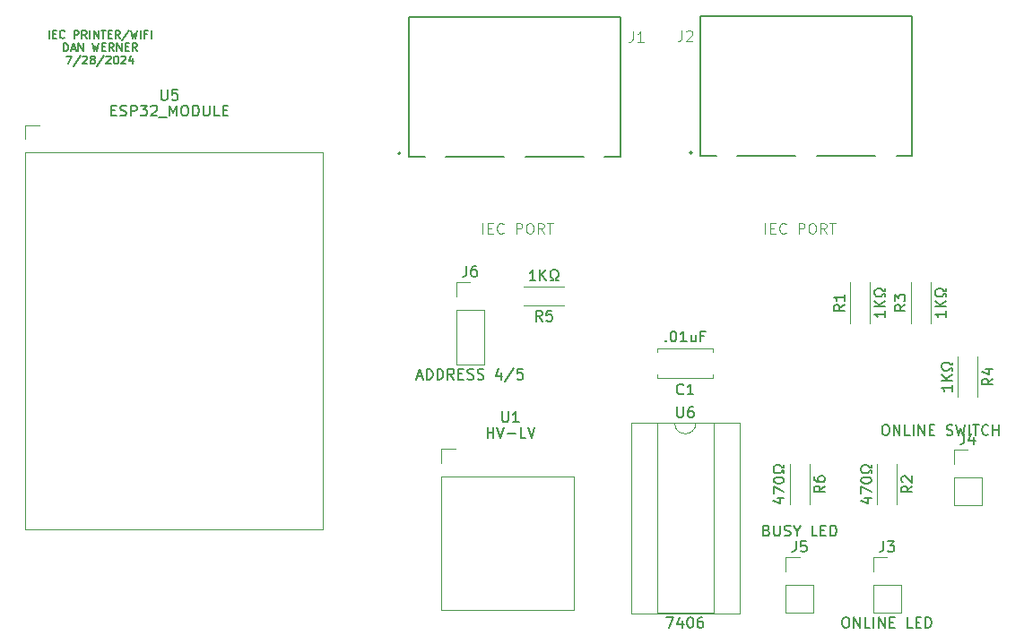
<source format=gbr>
%TF.GenerationSoftware,KiCad,Pcbnew,(6.0.11)*%
%TF.CreationDate,2024-07-28T13:45:38-05:00*%
%TF.ProjectId,iecprinter,69656370-7269-46e7-9465-722e6b696361,rev?*%
%TF.SameCoordinates,Original*%
%TF.FileFunction,Legend,Top*%
%TF.FilePolarity,Positive*%
%FSLAX46Y46*%
G04 Gerber Fmt 4.6, Leading zero omitted, Abs format (unit mm)*
G04 Created by KiCad (PCBNEW (6.0.11)) date 2024-07-28 13:45:38*
%MOMM*%
%LPD*%
G01*
G04 APERTURE LIST*
%ADD10C,0.187500*%
%ADD11C,0.150000*%
%ADD12C,0.015000*%
%ADD13C,0.120000*%
%ADD14C,0.127000*%
%ADD15C,0.200000*%
G04 APERTURE END LIST*
D10*
X99953571Y-43581785D02*
X99953571Y-42831785D01*
X100310714Y-43188928D02*
X100560714Y-43188928D01*
X100667857Y-43581785D02*
X100310714Y-43581785D01*
X100310714Y-42831785D01*
X100667857Y-42831785D01*
X101417857Y-43510357D02*
X101382142Y-43546071D01*
X101275000Y-43581785D01*
X101203571Y-43581785D01*
X101096428Y-43546071D01*
X101025000Y-43474642D01*
X100989285Y-43403214D01*
X100953571Y-43260357D01*
X100953571Y-43153214D01*
X100989285Y-43010357D01*
X101025000Y-42938928D01*
X101096428Y-42867500D01*
X101203571Y-42831785D01*
X101275000Y-42831785D01*
X101382142Y-42867500D01*
X101417857Y-42903214D01*
X102310714Y-43581785D02*
X102310714Y-42831785D01*
X102596428Y-42831785D01*
X102667857Y-42867500D01*
X102703571Y-42903214D01*
X102739285Y-42974642D01*
X102739285Y-43081785D01*
X102703571Y-43153214D01*
X102667857Y-43188928D01*
X102596428Y-43224642D01*
X102310714Y-43224642D01*
X103489285Y-43581785D02*
X103239285Y-43224642D01*
X103060714Y-43581785D02*
X103060714Y-42831785D01*
X103346428Y-42831785D01*
X103417857Y-42867500D01*
X103453571Y-42903214D01*
X103489285Y-42974642D01*
X103489285Y-43081785D01*
X103453571Y-43153214D01*
X103417857Y-43188928D01*
X103346428Y-43224642D01*
X103060714Y-43224642D01*
X103810714Y-43581785D02*
X103810714Y-42831785D01*
X104167857Y-43581785D02*
X104167857Y-42831785D01*
X104596428Y-43581785D01*
X104596428Y-42831785D01*
X104846428Y-42831785D02*
X105275000Y-42831785D01*
X105060714Y-43581785D02*
X105060714Y-42831785D01*
X105525000Y-43188928D02*
X105775000Y-43188928D01*
X105882142Y-43581785D02*
X105525000Y-43581785D01*
X105525000Y-42831785D01*
X105882142Y-42831785D01*
X106632142Y-43581785D02*
X106382142Y-43224642D01*
X106203571Y-43581785D02*
X106203571Y-42831785D01*
X106489285Y-42831785D01*
X106560714Y-42867500D01*
X106596428Y-42903214D01*
X106632142Y-42974642D01*
X106632142Y-43081785D01*
X106596428Y-43153214D01*
X106560714Y-43188928D01*
X106489285Y-43224642D01*
X106203571Y-43224642D01*
X107489285Y-42796071D02*
X106846428Y-43760357D01*
X107667857Y-42831785D02*
X107846428Y-43581785D01*
X107989285Y-43046071D01*
X108132142Y-43581785D01*
X108310714Y-42831785D01*
X108596428Y-43581785D02*
X108596428Y-42831785D01*
X109203571Y-43188928D02*
X108953571Y-43188928D01*
X108953571Y-43581785D02*
X108953571Y-42831785D01*
X109310714Y-42831785D01*
X109596428Y-43581785D02*
X109596428Y-42831785D01*
X101328571Y-44789285D02*
X101328571Y-44039285D01*
X101507142Y-44039285D01*
X101614285Y-44075000D01*
X101685714Y-44146428D01*
X101721428Y-44217857D01*
X101757142Y-44360714D01*
X101757142Y-44467857D01*
X101721428Y-44610714D01*
X101685714Y-44682142D01*
X101614285Y-44753571D01*
X101507142Y-44789285D01*
X101328571Y-44789285D01*
X102042857Y-44575000D02*
X102400000Y-44575000D01*
X101971428Y-44789285D02*
X102221428Y-44039285D01*
X102471428Y-44789285D01*
X102721428Y-44789285D02*
X102721428Y-44039285D01*
X103150000Y-44789285D01*
X103150000Y-44039285D01*
X104007142Y-44039285D02*
X104185714Y-44789285D01*
X104328571Y-44253571D01*
X104471428Y-44789285D01*
X104650000Y-44039285D01*
X104935714Y-44396428D02*
X105185714Y-44396428D01*
X105292857Y-44789285D02*
X104935714Y-44789285D01*
X104935714Y-44039285D01*
X105292857Y-44039285D01*
X106042857Y-44789285D02*
X105792857Y-44432142D01*
X105614285Y-44789285D02*
X105614285Y-44039285D01*
X105900000Y-44039285D01*
X105971428Y-44075000D01*
X106007142Y-44110714D01*
X106042857Y-44182142D01*
X106042857Y-44289285D01*
X106007142Y-44360714D01*
X105971428Y-44396428D01*
X105900000Y-44432142D01*
X105614285Y-44432142D01*
X106364285Y-44789285D02*
X106364285Y-44039285D01*
X106792857Y-44789285D01*
X106792857Y-44039285D01*
X107150000Y-44396428D02*
X107400000Y-44396428D01*
X107507142Y-44789285D02*
X107150000Y-44789285D01*
X107150000Y-44039285D01*
X107507142Y-44039285D01*
X108257142Y-44789285D02*
X108007142Y-44432142D01*
X107828571Y-44789285D02*
X107828571Y-44039285D01*
X108114285Y-44039285D01*
X108185714Y-44075000D01*
X108221428Y-44110714D01*
X108257142Y-44182142D01*
X108257142Y-44289285D01*
X108221428Y-44360714D01*
X108185714Y-44396428D01*
X108114285Y-44432142D01*
X107828571Y-44432142D01*
X101596428Y-45246785D02*
X102096428Y-45246785D01*
X101775000Y-45996785D01*
X102917857Y-45211071D02*
X102275000Y-46175357D01*
X103132142Y-45318214D02*
X103167857Y-45282500D01*
X103239285Y-45246785D01*
X103417857Y-45246785D01*
X103489285Y-45282500D01*
X103525000Y-45318214D01*
X103560714Y-45389642D01*
X103560714Y-45461071D01*
X103525000Y-45568214D01*
X103096428Y-45996785D01*
X103560714Y-45996785D01*
X103989285Y-45568214D02*
X103917857Y-45532500D01*
X103882142Y-45496785D01*
X103846428Y-45425357D01*
X103846428Y-45389642D01*
X103882142Y-45318214D01*
X103917857Y-45282500D01*
X103989285Y-45246785D01*
X104132142Y-45246785D01*
X104203571Y-45282500D01*
X104239285Y-45318214D01*
X104275000Y-45389642D01*
X104275000Y-45425357D01*
X104239285Y-45496785D01*
X104203571Y-45532500D01*
X104132142Y-45568214D01*
X103989285Y-45568214D01*
X103917857Y-45603928D01*
X103882142Y-45639642D01*
X103846428Y-45711071D01*
X103846428Y-45853928D01*
X103882142Y-45925357D01*
X103917857Y-45961071D01*
X103989285Y-45996785D01*
X104132142Y-45996785D01*
X104203571Y-45961071D01*
X104239285Y-45925357D01*
X104275000Y-45853928D01*
X104275000Y-45711071D01*
X104239285Y-45639642D01*
X104203571Y-45603928D01*
X104132142Y-45568214D01*
X105132142Y-45211071D02*
X104489285Y-46175357D01*
X105346428Y-45318214D02*
X105382142Y-45282500D01*
X105453571Y-45246785D01*
X105632142Y-45246785D01*
X105703571Y-45282500D01*
X105739285Y-45318214D01*
X105775000Y-45389642D01*
X105775000Y-45461071D01*
X105739285Y-45568214D01*
X105310714Y-45996785D01*
X105775000Y-45996785D01*
X106239285Y-45246785D02*
X106310714Y-45246785D01*
X106382142Y-45282500D01*
X106417857Y-45318214D01*
X106453571Y-45389642D01*
X106489285Y-45532500D01*
X106489285Y-45711071D01*
X106453571Y-45853928D01*
X106417857Y-45925357D01*
X106382142Y-45961071D01*
X106310714Y-45996785D01*
X106239285Y-45996785D01*
X106167857Y-45961071D01*
X106132142Y-45925357D01*
X106096428Y-45853928D01*
X106060714Y-45711071D01*
X106060714Y-45532500D01*
X106096428Y-45389642D01*
X106132142Y-45318214D01*
X106167857Y-45282500D01*
X106239285Y-45246785D01*
X106775000Y-45318214D02*
X106810714Y-45282500D01*
X106882142Y-45246785D01*
X107060714Y-45246785D01*
X107132142Y-45282500D01*
X107167857Y-45318214D01*
X107203571Y-45389642D01*
X107203571Y-45461071D01*
X107167857Y-45568214D01*
X106739285Y-45996785D01*
X107203571Y-45996785D01*
X107846428Y-45496785D02*
X107846428Y-45996785D01*
X107667857Y-45211071D02*
X107489285Y-45746785D01*
X107953571Y-45746785D01*
D11*
%TO.C,U5*%
X110548095Y-48414880D02*
X110548095Y-49224404D01*
X110595714Y-49319642D01*
X110643333Y-49367261D01*
X110738571Y-49414880D01*
X110929047Y-49414880D01*
X111024285Y-49367261D01*
X111071904Y-49319642D01*
X111119523Y-49224404D01*
X111119523Y-48414880D01*
X112071904Y-48414880D02*
X111595714Y-48414880D01*
X111548095Y-48891071D01*
X111595714Y-48843452D01*
X111690952Y-48795833D01*
X111929047Y-48795833D01*
X112024285Y-48843452D01*
X112071904Y-48891071D01*
X112119523Y-48986309D01*
X112119523Y-49224404D01*
X112071904Y-49319642D01*
X112024285Y-49367261D01*
X111929047Y-49414880D01*
X111690952Y-49414880D01*
X111595714Y-49367261D01*
X111548095Y-49319642D01*
X105810000Y-50391071D02*
X106143333Y-50391071D01*
X106286190Y-50914880D02*
X105810000Y-50914880D01*
X105810000Y-49914880D01*
X106286190Y-49914880D01*
X106667142Y-50867261D02*
X106810000Y-50914880D01*
X107048095Y-50914880D01*
X107143333Y-50867261D01*
X107190952Y-50819642D01*
X107238571Y-50724404D01*
X107238571Y-50629166D01*
X107190952Y-50533928D01*
X107143333Y-50486309D01*
X107048095Y-50438690D01*
X106857619Y-50391071D01*
X106762380Y-50343452D01*
X106714761Y-50295833D01*
X106667142Y-50200595D01*
X106667142Y-50105357D01*
X106714761Y-50010119D01*
X106762380Y-49962500D01*
X106857619Y-49914880D01*
X107095714Y-49914880D01*
X107238571Y-49962500D01*
X107667142Y-50914880D02*
X107667142Y-49914880D01*
X108048095Y-49914880D01*
X108143333Y-49962500D01*
X108190952Y-50010119D01*
X108238571Y-50105357D01*
X108238571Y-50248214D01*
X108190952Y-50343452D01*
X108143333Y-50391071D01*
X108048095Y-50438690D01*
X107667142Y-50438690D01*
X108571904Y-49914880D02*
X109190952Y-49914880D01*
X108857619Y-50295833D01*
X109000476Y-50295833D01*
X109095714Y-50343452D01*
X109143333Y-50391071D01*
X109190952Y-50486309D01*
X109190952Y-50724404D01*
X109143333Y-50819642D01*
X109095714Y-50867261D01*
X109000476Y-50914880D01*
X108714761Y-50914880D01*
X108619523Y-50867261D01*
X108571904Y-50819642D01*
X109571904Y-50010119D02*
X109619523Y-49962500D01*
X109714761Y-49914880D01*
X109952857Y-49914880D01*
X110048095Y-49962500D01*
X110095714Y-50010119D01*
X110143333Y-50105357D01*
X110143333Y-50200595D01*
X110095714Y-50343452D01*
X109524285Y-50914880D01*
X110143333Y-50914880D01*
X110333809Y-51010119D02*
X111095714Y-51010119D01*
X111333809Y-50914880D02*
X111333809Y-49914880D01*
X111667142Y-50629166D01*
X112000476Y-49914880D01*
X112000476Y-50914880D01*
X112667142Y-49914880D02*
X112857619Y-49914880D01*
X112952857Y-49962500D01*
X113048095Y-50057738D01*
X113095714Y-50248214D01*
X113095714Y-50581547D01*
X113048095Y-50772023D01*
X112952857Y-50867261D01*
X112857619Y-50914880D01*
X112667142Y-50914880D01*
X112571904Y-50867261D01*
X112476666Y-50772023D01*
X112429047Y-50581547D01*
X112429047Y-50248214D01*
X112476666Y-50057738D01*
X112571904Y-49962500D01*
X112667142Y-49914880D01*
X113524285Y-50914880D02*
X113524285Y-49914880D01*
X113762380Y-49914880D01*
X113905238Y-49962500D01*
X114000476Y-50057738D01*
X114048095Y-50152976D01*
X114095714Y-50343452D01*
X114095714Y-50486309D01*
X114048095Y-50676785D01*
X114000476Y-50772023D01*
X113905238Y-50867261D01*
X113762380Y-50914880D01*
X113524285Y-50914880D01*
X114524285Y-49914880D02*
X114524285Y-50724404D01*
X114571904Y-50819642D01*
X114619523Y-50867261D01*
X114714761Y-50914880D01*
X114905238Y-50914880D01*
X115000476Y-50867261D01*
X115048095Y-50819642D01*
X115095714Y-50724404D01*
X115095714Y-49914880D01*
X116048095Y-50914880D02*
X115571904Y-50914880D01*
X115571904Y-49914880D01*
X116381428Y-50391071D02*
X116714761Y-50391071D01*
X116857619Y-50914880D02*
X116381428Y-50914880D01*
X116381428Y-49914880D01*
X116857619Y-49914880D01*
%TO.C,R6*%
X173187380Y-85891666D02*
X172711190Y-86225000D01*
X173187380Y-86463095D02*
X172187380Y-86463095D01*
X172187380Y-86082142D01*
X172235000Y-85986904D01*
X172282619Y-85939285D01*
X172377857Y-85891666D01*
X172520714Y-85891666D01*
X172615952Y-85939285D01*
X172663571Y-85986904D01*
X172711190Y-86082142D01*
X172711190Y-86463095D01*
X172187380Y-85034523D02*
X172187380Y-85225000D01*
X172235000Y-85320238D01*
X172282619Y-85367857D01*
X172425476Y-85463095D01*
X172615952Y-85510714D01*
X172996904Y-85510714D01*
X173092142Y-85463095D01*
X173139761Y-85415476D01*
X173187380Y-85320238D01*
X173187380Y-85129761D01*
X173139761Y-85034523D01*
X173092142Y-84986904D01*
X172996904Y-84939285D01*
X172758809Y-84939285D01*
X172663571Y-84986904D01*
X172615952Y-85034523D01*
X172568333Y-85129761D01*
X172568333Y-85320238D01*
X172615952Y-85415476D01*
X172663571Y-85463095D01*
X172758809Y-85510714D01*
X168680714Y-87058333D02*
X169347380Y-87058333D01*
X168299761Y-87296428D02*
X169014047Y-87534523D01*
X169014047Y-86915476D01*
X168347380Y-86629761D02*
X168347380Y-85963095D01*
X169347380Y-86391666D01*
X168347380Y-85391666D02*
X168347380Y-85296428D01*
X168395000Y-85201190D01*
X168442619Y-85153571D01*
X168537857Y-85105952D01*
X168728333Y-85058333D01*
X168966428Y-85058333D01*
X169156904Y-85105952D01*
X169252142Y-85153571D01*
X169299761Y-85201190D01*
X169347380Y-85296428D01*
X169347380Y-85391666D01*
X169299761Y-85486904D01*
X169252142Y-85534523D01*
X169156904Y-85582142D01*
X168966428Y-85629761D01*
X168728333Y-85629761D01*
X168537857Y-85582142D01*
X168442619Y-85534523D01*
X168395000Y-85486904D01*
X168347380Y-85391666D01*
X169347380Y-84677380D02*
X169347380Y-84439285D01*
X169156904Y-84439285D01*
X169109285Y-84534523D01*
X169014047Y-84629761D01*
X168871190Y-84677380D01*
X168633095Y-84677380D01*
X168490238Y-84629761D01*
X168395000Y-84534523D01*
X168347380Y-84391666D01*
X168347380Y-84201190D01*
X168395000Y-84058333D01*
X168490238Y-83963095D01*
X168633095Y-83915476D01*
X168871190Y-83915476D01*
X169014047Y-83963095D01*
X169109285Y-84058333D01*
X169156904Y-84153571D01*
X169347380Y-84153571D01*
X169347380Y-83915476D01*
%TO.C,R5*%
X146518333Y-70317380D02*
X146185000Y-69841190D01*
X145946904Y-70317380D02*
X145946904Y-69317380D01*
X146327857Y-69317380D01*
X146423095Y-69365000D01*
X146470714Y-69412619D01*
X146518333Y-69507857D01*
X146518333Y-69650714D01*
X146470714Y-69745952D01*
X146423095Y-69793571D01*
X146327857Y-69841190D01*
X145946904Y-69841190D01*
X147423095Y-69317380D02*
X146946904Y-69317380D01*
X146899285Y-69793571D01*
X146946904Y-69745952D01*
X147042142Y-69698333D01*
X147280238Y-69698333D01*
X147375476Y-69745952D01*
X147423095Y-69793571D01*
X147470714Y-69888809D01*
X147470714Y-70126904D01*
X147423095Y-70222142D01*
X147375476Y-70269761D01*
X147280238Y-70317380D01*
X147042142Y-70317380D01*
X146946904Y-70269761D01*
X146899285Y-70222142D01*
X145899285Y-66477380D02*
X145327857Y-66477380D01*
X145613571Y-66477380D02*
X145613571Y-65477380D01*
X145518333Y-65620238D01*
X145423095Y-65715476D01*
X145327857Y-65763095D01*
X146327857Y-66477380D02*
X146327857Y-65477380D01*
X146899285Y-66477380D02*
X146470714Y-65905952D01*
X146899285Y-65477380D02*
X146327857Y-66048809D01*
X147280238Y-66477380D02*
X147518333Y-66477380D01*
X147518333Y-66286904D01*
X147423095Y-66239285D01*
X147327857Y-66144047D01*
X147280238Y-66001190D01*
X147280238Y-65763095D01*
X147327857Y-65620238D01*
X147423095Y-65525000D01*
X147565952Y-65477380D01*
X147756428Y-65477380D01*
X147899285Y-65525000D01*
X147994523Y-65620238D01*
X148042142Y-65763095D01*
X148042142Y-66001190D01*
X147994523Y-66144047D01*
X147899285Y-66239285D01*
X147804047Y-66286904D01*
X147804047Y-66477380D01*
X148042142Y-66477380D01*
%TO.C,R4*%
X189062380Y-75731666D02*
X188586190Y-76065000D01*
X189062380Y-76303095D02*
X188062380Y-76303095D01*
X188062380Y-75922142D01*
X188110000Y-75826904D01*
X188157619Y-75779285D01*
X188252857Y-75731666D01*
X188395714Y-75731666D01*
X188490952Y-75779285D01*
X188538571Y-75826904D01*
X188586190Y-75922142D01*
X188586190Y-76303095D01*
X188395714Y-74874523D02*
X189062380Y-74874523D01*
X188014761Y-75112619D02*
X188729047Y-75350714D01*
X188729047Y-74731666D01*
X185222380Y-76350714D02*
X185222380Y-76922142D01*
X185222380Y-76636428D02*
X184222380Y-76636428D01*
X184365238Y-76731666D01*
X184460476Y-76826904D01*
X184508095Y-76922142D01*
X185222380Y-75922142D02*
X184222380Y-75922142D01*
X185222380Y-75350714D02*
X184650952Y-75779285D01*
X184222380Y-75350714D02*
X184793809Y-75922142D01*
X185222380Y-74969761D02*
X185222380Y-74731666D01*
X185031904Y-74731666D01*
X184984285Y-74826904D01*
X184889047Y-74922142D01*
X184746190Y-74969761D01*
X184508095Y-74969761D01*
X184365238Y-74922142D01*
X184270000Y-74826904D01*
X184222380Y-74684047D01*
X184222380Y-74493571D01*
X184270000Y-74350714D01*
X184365238Y-74255476D01*
X184508095Y-74207857D01*
X184746190Y-74207857D01*
X184889047Y-74255476D01*
X184984285Y-74350714D01*
X185031904Y-74445952D01*
X185222380Y-74445952D01*
X185222380Y-74207857D01*
%TO.C,J6*%
X139366666Y-65082380D02*
X139366666Y-65796666D01*
X139319047Y-65939523D01*
X139223809Y-66034761D01*
X139080952Y-66082380D01*
X138985714Y-66082380D01*
X140271428Y-65082380D02*
X140080952Y-65082380D01*
X139985714Y-65130000D01*
X139938095Y-65177619D01*
X139842857Y-65320476D01*
X139795238Y-65510952D01*
X139795238Y-65891904D01*
X139842857Y-65987142D01*
X139890476Y-66034761D01*
X139985714Y-66082380D01*
X140176190Y-66082380D01*
X140271428Y-66034761D01*
X140319047Y-65987142D01*
X140366666Y-65891904D01*
X140366666Y-65653809D01*
X140319047Y-65558571D01*
X140271428Y-65510952D01*
X140176190Y-65463333D01*
X139985714Y-65463333D01*
X139890476Y-65510952D01*
X139842857Y-65558571D01*
X139795238Y-65653809D01*
X134700000Y-75536666D02*
X135176190Y-75536666D01*
X134604761Y-75822380D02*
X134938095Y-74822380D01*
X135271428Y-75822380D01*
X135604761Y-75822380D02*
X135604761Y-74822380D01*
X135842857Y-74822380D01*
X135985714Y-74870000D01*
X136080952Y-74965238D01*
X136128571Y-75060476D01*
X136176190Y-75250952D01*
X136176190Y-75393809D01*
X136128571Y-75584285D01*
X136080952Y-75679523D01*
X135985714Y-75774761D01*
X135842857Y-75822380D01*
X135604761Y-75822380D01*
X136604761Y-75822380D02*
X136604761Y-74822380D01*
X136842857Y-74822380D01*
X136985714Y-74870000D01*
X137080952Y-74965238D01*
X137128571Y-75060476D01*
X137176190Y-75250952D01*
X137176190Y-75393809D01*
X137128571Y-75584285D01*
X137080952Y-75679523D01*
X136985714Y-75774761D01*
X136842857Y-75822380D01*
X136604761Y-75822380D01*
X138176190Y-75822380D02*
X137842857Y-75346190D01*
X137604761Y-75822380D02*
X137604761Y-74822380D01*
X137985714Y-74822380D01*
X138080952Y-74870000D01*
X138128571Y-74917619D01*
X138176190Y-75012857D01*
X138176190Y-75155714D01*
X138128571Y-75250952D01*
X138080952Y-75298571D01*
X137985714Y-75346190D01*
X137604761Y-75346190D01*
X138604761Y-75298571D02*
X138938095Y-75298571D01*
X139080952Y-75822380D02*
X138604761Y-75822380D01*
X138604761Y-74822380D01*
X139080952Y-74822380D01*
X139461904Y-75774761D02*
X139604761Y-75822380D01*
X139842857Y-75822380D01*
X139938095Y-75774761D01*
X139985714Y-75727142D01*
X140033333Y-75631904D01*
X140033333Y-75536666D01*
X139985714Y-75441428D01*
X139938095Y-75393809D01*
X139842857Y-75346190D01*
X139652380Y-75298571D01*
X139557142Y-75250952D01*
X139509523Y-75203333D01*
X139461904Y-75108095D01*
X139461904Y-75012857D01*
X139509523Y-74917619D01*
X139557142Y-74870000D01*
X139652380Y-74822380D01*
X139890476Y-74822380D01*
X140033333Y-74870000D01*
X140414285Y-75774761D02*
X140557142Y-75822380D01*
X140795238Y-75822380D01*
X140890476Y-75774761D01*
X140938095Y-75727142D01*
X140985714Y-75631904D01*
X140985714Y-75536666D01*
X140938095Y-75441428D01*
X140890476Y-75393809D01*
X140795238Y-75346190D01*
X140604761Y-75298571D01*
X140509523Y-75250952D01*
X140461904Y-75203333D01*
X140414285Y-75108095D01*
X140414285Y-75012857D01*
X140461904Y-74917619D01*
X140509523Y-74870000D01*
X140604761Y-74822380D01*
X140842857Y-74822380D01*
X140985714Y-74870000D01*
X142604761Y-75155714D02*
X142604761Y-75822380D01*
X142366666Y-74774761D02*
X142128571Y-75489047D01*
X142747619Y-75489047D01*
X143842857Y-74774761D02*
X142985714Y-76060476D01*
X144652380Y-74822380D02*
X144176190Y-74822380D01*
X144128571Y-75298571D01*
X144176190Y-75250952D01*
X144271428Y-75203333D01*
X144509523Y-75203333D01*
X144604761Y-75250952D01*
X144652380Y-75298571D01*
X144700000Y-75393809D01*
X144700000Y-75631904D01*
X144652380Y-75727142D01*
X144604761Y-75774761D01*
X144509523Y-75822380D01*
X144271428Y-75822380D01*
X144176190Y-75774761D01*
X144128571Y-75727142D01*
%TO.C,J5*%
X170481666Y-91097380D02*
X170481666Y-91811666D01*
X170434047Y-91954523D01*
X170338809Y-92049761D01*
X170195952Y-92097380D01*
X170100714Y-92097380D01*
X171434047Y-91097380D02*
X170957857Y-91097380D01*
X170910238Y-91573571D01*
X170957857Y-91525952D01*
X171053095Y-91478333D01*
X171291190Y-91478333D01*
X171386428Y-91525952D01*
X171434047Y-91573571D01*
X171481666Y-91668809D01*
X171481666Y-91906904D01*
X171434047Y-92002142D01*
X171386428Y-92049761D01*
X171291190Y-92097380D01*
X171053095Y-92097380D01*
X170957857Y-92049761D01*
X170910238Y-92002142D01*
X167719761Y-90098571D02*
X167862619Y-90146190D01*
X167910238Y-90193809D01*
X167957857Y-90289047D01*
X167957857Y-90431904D01*
X167910238Y-90527142D01*
X167862619Y-90574761D01*
X167767380Y-90622380D01*
X167386428Y-90622380D01*
X167386428Y-89622380D01*
X167719761Y-89622380D01*
X167815000Y-89670000D01*
X167862619Y-89717619D01*
X167910238Y-89812857D01*
X167910238Y-89908095D01*
X167862619Y-90003333D01*
X167815000Y-90050952D01*
X167719761Y-90098571D01*
X167386428Y-90098571D01*
X168386428Y-89622380D02*
X168386428Y-90431904D01*
X168434047Y-90527142D01*
X168481666Y-90574761D01*
X168576904Y-90622380D01*
X168767380Y-90622380D01*
X168862619Y-90574761D01*
X168910238Y-90527142D01*
X168957857Y-90431904D01*
X168957857Y-89622380D01*
X169386428Y-90574761D02*
X169529285Y-90622380D01*
X169767380Y-90622380D01*
X169862619Y-90574761D01*
X169910238Y-90527142D01*
X169957857Y-90431904D01*
X169957857Y-90336666D01*
X169910238Y-90241428D01*
X169862619Y-90193809D01*
X169767380Y-90146190D01*
X169576904Y-90098571D01*
X169481666Y-90050952D01*
X169434047Y-90003333D01*
X169386428Y-89908095D01*
X169386428Y-89812857D01*
X169434047Y-89717619D01*
X169481666Y-89670000D01*
X169576904Y-89622380D01*
X169815000Y-89622380D01*
X169957857Y-89670000D01*
X170576904Y-90146190D02*
X170576904Y-90622380D01*
X170243571Y-89622380D02*
X170576904Y-90146190D01*
X170910238Y-89622380D01*
X172481666Y-90622380D02*
X172005476Y-90622380D01*
X172005476Y-89622380D01*
X172815000Y-90098571D02*
X173148333Y-90098571D01*
X173291190Y-90622380D02*
X172815000Y-90622380D01*
X172815000Y-89622380D01*
X173291190Y-89622380D01*
X173719761Y-90622380D02*
X173719761Y-89622380D01*
X173957857Y-89622380D01*
X174100714Y-89670000D01*
X174195952Y-89765238D01*
X174243571Y-89860476D01*
X174291190Y-90050952D01*
X174291190Y-90193809D01*
X174243571Y-90384285D01*
X174195952Y-90479523D01*
X174100714Y-90574761D01*
X173957857Y-90622380D01*
X173719761Y-90622380D01*
%TO.C,J4*%
X186356666Y-80937380D02*
X186356666Y-81651666D01*
X186309047Y-81794523D01*
X186213809Y-81889761D01*
X186070952Y-81937380D01*
X185975714Y-81937380D01*
X187261428Y-81270714D02*
X187261428Y-81937380D01*
X187023333Y-80889761D02*
X186785238Y-81604047D01*
X187404285Y-81604047D01*
X178840476Y-80097380D02*
X179030952Y-80097380D01*
X179126190Y-80145000D01*
X179221428Y-80240238D01*
X179269047Y-80430714D01*
X179269047Y-80764047D01*
X179221428Y-80954523D01*
X179126190Y-81049761D01*
X179030952Y-81097380D01*
X178840476Y-81097380D01*
X178745238Y-81049761D01*
X178650000Y-80954523D01*
X178602380Y-80764047D01*
X178602380Y-80430714D01*
X178650000Y-80240238D01*
X178745238Y-80145000D01*
X178840476Y-80097380D01*
X179697619Y-81097380D02*
X179697619Y-80097380D01*
X180269047Y-81097380D01*
X180269047Y-80097380D01*
X181221428Y-81097380D02*
X180745238Y-81097380D01*
X180745238Y-80097380D01*
X181554761Y-81097380D02*
X181554761Y-80097380D01*
X182030952Y-81097380D02*
X182030952Y-80097380D01*
X182602380Y-81097380D01*
X182602380Y-80097380D01*
X183078571Y-80573571D02*
X183411904Y-80573571D01*
X183554761Y-81097380D02*
X183078571Y-81097380D01*
X183078571Y-80097380D01*
X183554761Y-80097380D01*
X184697619Y-81049761D02*
X184840476Y-81097380D01*
X185078571Y-81097380D01*
X185173809Y-81049761D01*
X185221428Y-81002142D01*
X185269047Y-80906904D01*
X185269047Y-80811666D01*
X185221428Y-80716428D01*
X185173809Y-80668809D01*
X185078571Y-80621190D01*
X184888095Y-80573571D01*
X184792857Y-80525952D01*
X184745238Y-80478333D01*
X184697619Y-80383095D01*
X184697619Y-80287857D01*
X184745238Y-80192619D01*
X184792857Y-80145000D01*
X184888095Y-80097380D01*
X185126190Y-80097380D01*
X185269047Y-80145000D01*
X185602380Y-80097380D02*
X185840476Y-81097380D01*
X186030952Y-80383095D01*
X186221428Y-81097380D01*
X186459523Y-80097380D01*
X186840476Y-81097380D02*
X186840476Y-80097380D01*
X187173809Y-80097380D02*
X187745238Y-80097380D01*
X187459523Y-81097380D02*
X187459523Y-80097380D01*
X188650000Y-81002142D02*
X188602380Y-81049761D01*
X188459523Y-81097380D01*
X188364285Y-81097380D01*
X188221428Y-81049761D01*
X188126190Y-80954523D01*
X188078571Y-80859285D01*
X188030952Y-80668809D01*
X188030952Y-80525952D01*
X188078571Y-80335476D01*
X188126190Y-80240238D01*
X188221428Y-80145000D01*
X188364285Y-80097380D01*
X188459523Y-80097380D01*
X188602380Y-80145000D01*
X188650000Y-80192619D01*
X189078571Y-81097380D02*
X189078571Y-80097380D01*
X189078571Y-80573571D02*
X189650000Y-80573571D01*
X189650000Y-81097380D02*
X189650000Y-80097380D01*
%TO.C,J3*%
X178736666Y-91097380D02*
X178736666Y-91811666D01*
X178689047Y-91954523D01*
X178593809Y-92049761D01*
X178450952Y-92097380D01*
X178355714Y-92097380D01*
X179117619Y-91097380D02*
X179736666Y-91097380D01*
X179403333Y-91478333D01*
X179546190Y-91478333D01*
X179641428Y-91525952D01*
X179689047Y-91573571D01*
X179736666Y-91668809D01*
X179736666Y-91906904D01*
X179689047Y-92002142D01*
X179641428Y-92049761D01*
X179546190Y-92097380D01*
X179260476Y-92097380D01*
X179165238Y-92049761D01*
X179117619Y-92002142D01*
X175093809Y-98297380D02*
X175284285Y-98297380D01*
X175379523Y-98345000D01*
X175474761Y-98440238D01*
X175522380Y-98630714D01*
X175522380Y-98964047D01*
X175474761Y-99154523D01*
X175379523Y-99249761D01*
X175284285Y-99297380D01*
X175093809Y-99297380D01*
X174998571Y-99249761D01*
X174903333Y-99154523D01*
X174855714Y-98964047D01*
X174855714Y-98630714D01*
X174903333Y-98440238D01*
X174998571Y-98345000D01*
X175093809Y-98297380D01*
X175950952Y-99297380D02*
X175950952Y-98297380D01*
X176522380Y-99297380D01*
X176522380Y-98297380D01*
X177474761Y-99297380D02*
X176998571Y-99297380D01*
X176998571Y-98297380D01*
X177808095Y-99297380D02*
X177808095Y-98297380D01*
X178284285Y-99297380D02*
X178284285Y-98297380D01*
X178855714Y-99297380D01*
X178855714Y-98297380D01*
X179331904Y-98773571D02*
X179665238Y-98773571D01*
X179808095Y-99297380D02*
X179331904Y-99297380D01*
X179331904Y-98297380D01*
X179808095Y-98297380D01*
X181474761Y-99297380D02*
X180998571Y-99297380D01*
X180998571Y-98297380D01*
X181808095Y-98773571D02*
X182141428Y-98773571D01*
X182284285Y-99297380D02*
X181808095Y-99297380D01*
X181808095Y-98297380D01*
X182284285Y-98297380D01*
X182712857Y-99297380D02*
X182712857Y-98297380D01*
X182950952Y-98297380D01*
X183093809Y-98345000D01*
X183189047Y-98440238D01*
X183236666Y-98535476D01*
X183284285Y-98725952D01*
X183284285Y-98868809D01*
X183236666Y-99059285D01*
X183189047Y-99154523D01*
X183093809Y-99249761D01*
X182950952Y-99297380D01*
X182712857Y-99297380D01*
D12*
%TO.C,J1*%
X155088578Y-42901414D02*
X155088578Y-43616960D01*
X155040875Y-43760069D01*
X154945469Y-43855475D01*
X154802360Y-43903178D01*
X154706954Y-43903178D01*
X156090342Y-43903178D02*
X155517906Y-43903178D01*
X155804124Y-43903178D02*
X155804124Y-42901414D01*
X155708718Y-43044524D01*
X155613312Y-43139930D01*
X155517906Y-43187633D01*
X140904175Y-62047762D02*
X140904175Y-61046919D01*
X141380766Y-61523511D02*
X141714381Y-61523511D01*
X141857358Y-62047762D02*
X141380766Y-62047762D01*
X141380766Y-61046919D01*
X141857358Y-61046919D01*
X142858201Y-61952443D02*
X142810542Y-62000103D01*
X142667565Y-62047762D01*
X142572246Y-62047762D01*
X142429269Y-62000103D01*
X142333950Y-61904784D01*
X142286291Y-61809466D01*
X142238632Y-61618829D01*
X142238632Y-61475852D01*
X142286291Y-61285215D01*
X142333950Y-61189896D01*
X142429269Y-61094578D01*
X142572246Y-61046919D01*
X142667565Y-61046919D01*
X142810542Y-61094578D01*
X142858201Y-61142237D01*
X144049681Y-62047762D02*
X144049681Y-61046919D01*
X144430955Y-61046919D01*
X144526273Y-61094578D01*
X144573932Y-61142237D01*
X144621591Y-61237556D01*
X144621591Y-61380533D01*
X144573932Y-61475852D01*
X144526273Y-61523511D01*
X144430955Y-61571170D01*
X144049681Y-61571170D01*
X145241161Y-61046919D02*
X145431798Y-61046919D01*
X145527116Y-61094578D01*
X145622434Y-61189896D01*
X145670094Y-61380533D01*
X145670094Y-61714147D01*
X145622434Y-61904784D01*
X145527116Y-62000103D01*
X145431798Y-62047762D01*
X145241161Y-62047762D01*
X145145843Y-62000103D01*
X145050524Y-61904784D01*
X145002865Y-61714147D01*
X145002865Y-61380533D01*
X145050524Y-61189896D01*
X145145843Y-61094578D01*
X145241161Y-61046919D01*
X146670937Y-62047762D02*
X146337322Y-61571170D01*
X146099026Y-62047762D02*
X146099026Y-61046919D01*
X146480300Y-61046919D01*
X146575618Y-61094578D01*
X146623277Y-61142237D01*
X146670937Y-61237556D01*
X146670937Y-61380533D01*
X146623277Y-61475852D01*
X146575618Y-61523511D01*
X146480300Y-61571170D01*
X146099026Y-61571170D01*
X146956892Y-61046919D02*
X147528802Y-61046919D01*
X147242847Y-62047762D02*
X147242847Y-61046919D01*
D11*
%TO.C,C1*%
X159853333Y-77152142D02*
X159805714Y-77199761D01*
X159662857Y-77247380D01*
X159567619Y-77247380D01*
X159424761Y-77199761D01*
X159329523Y-77104523D01*
X159281904Y-77009285D01*
X159234285Y-76818809D01*
X159234285Y-76675952D01*
X159281904Y-76485476D01*
X159329523Y-76390238D01*
X159424761Y-76295000D01*
X159567619Y-76247380D01*
X159662857Y-76247380D01*
X159805714Y-76295000D01*
X159853333Y-76342619D01*
X160805714Y-77247380D02*
X160234285Y-77247380D01*
X160520000Y-77247380D02*
X160520000Y-76247380D01*
X160424761Y-76390238D01*
X160329523Y-76485476D01*
X160234285Y-76533095D01*
X158186666Y-72152142D02*
X158234285Y-72199761D01*
X158186666Y-72247380D01*
X158139047Y-72199761D01*
X158186666Y-72152142D01*
X158186666Y-72247380D01*
X158853333Y-71247380D02*
X158948571Y-71247380D01*
X159043809Y-71295000D01*
X159091428Y-71342619D01*
X159139047Y-71437857D01*
X159186666Y-71628333D01*
X159186666Y-71866428D01*
X159139047Y-72056904D01*
X159091428Y-72152142D01*
X159043809Y-72199761D01*
X158948571Y-72247380D01*
X158853333Y-72247380D01*
X158758095Y-72199761D01*
X158710476Y-72152142D01*
X158662857Y-72056904D01*
X158615238Y-71866428D01*
X158615238Y-71628333D01*
X158662857Y-71437857D01*
X158710476Y-71342619D01*
X158758095Y-71295000D01*
X158853333Y-71247380D01*
X160139047Y-72247380D02*
X159567619Y-72247380D01*
X159853333Y-72247380D02*
X159853333Y-71247380D01*
X159758095Y-71390238D01*
X159662857Y-71485476D01*
X159567619Y-71533095D01*
X160996190Y-71580714D02*
X160996190Y-72247380D01*
X160567619Y-71580714D02*
X160567619Y-72104523D01*
X160615238Y-72199761D01*
X160710476Y-72247380D01*
X160853333Y-72247380D01*
X160948571Y-72199761D01*
X160996190Y-72152142D01*
X161805714Y-71723571D02*
X161472380Y-71723571D01*
X161472380Y-72247380D02*
X161472380Y-71247380D01*
X161948571Y-71247380D01*
%TO.C,U1*%
X142748095Y-78839880D02*
X142748095Y-79649404D01*
X142795714Y-79744642D01*
X142843333Y-79792261D01*
X142938571Y-79839880D01*
X143129047Y-79839880D01*
X143224285Y-79792261D01*
X143271904Y-79744642D01*
X143319523Y-79649404D01*
X143319523Y-78839880D01*
X144319523Y-79839880D02*
X143748095Y-79839880D01*
X144033809Y-79839880D02*
X144033809Y-78839880D01*
X143938571Y-78982738D01*
X143843333Y-79077976D01*
X143748095Y-79125595D01*
X141343333Y-81339880D02*
X141343333Y-80339880D01*
X141343333Y-80816071D02*
X141914761Y-80816071D01*
X141914761Y-81339880D02*
X141914761Y-80339880D01*
X142248095Y-80339880D02*
X142581428Y-81339880D01*
X142914761Y-80339880D01*
X143248095Y-80958928D02*
X144010000Y-80958928D01*
X144962380Y-81339880D02*
X144486190Y-81339880D01*
X144486190Y-80339880D01*
X145152857Y-80339880D02*
X145486190Y-81339880D01*
X145819523Y-80339880D01*
%TO.C,R1*%
X175062380Y-68746666D02*
X174586190Y-69080000D01*
X175062380Y-69318095D02*
X174062380Y-69318095D01*
X174062380Y-68937142D01*
X174110000Y-68841904D01*
X174157619Y-68794285D01*
X174252857Y-68746666D01*
X174395714Y-68746666D01*
X174490952Y-68794285D01*
X174538571Y-68841904D01*
X174586190Y-68937142D01*
X174586190Y-69318095D01*
X175062380Y-67794285D02*
X175062380Y-68365714D01*
X175062380Y-68080000D02*
X174062380Y-68080000D01*
X174205238Y-68175238D01*
X174300476Y-68270476D01*
X174348095Y-68365714D01*
X178902380Y-69365714D02*
X178902380Y-69937142D01*
X178902380Y-69651428D02*
X177902380Y-69651428D01*
X178045238Y-69746666D01*
X178140476Y-69841904D01*
X178188095Y-69937142D01*
X178902380Y-68937142D02*
X177902380Y-68937142D01*
X178902380Y-68365714D02*
X178330952Y-68794285D01*
X177902380Y-68365714D02*
X178473809Y-68937142D01*
X178902380Y-67984761D02*
X178902380Y-67746666D01*
X178711904Y-67746666D01*
X178664285Y-67841904D01*
X178569047Y-67937142D01*
X178426190Y-67984761D01*
X178188095Y-67984761D01*
X178045238Y-67937142D01*
X177950000Y-67841904D01*
X177902380Y-67699047D01*
X177902380Y-67508571D01*
X177950000Y-67365714D01*
X178045238Y-67270476D01*
X178188095Y-67222857D01*
X178426190Y-67222857D01*
X178569047Y-67270476D01*
X178664285Y-67365714D01*
X178711904Y-67460952D01*
X178902380Y-67460952D01*
X178902380Y-67222857D01*
%TO.C,R3*%
X180777380Y-68746666D02*
X180301190Y-69080000D01*
X180777380Y-69318095D02*
X179777380Y-69318095D01*
X179777380Y-68937142D01*
X179825000Y-68841904D01*
X179872619Y-68794285D01*
X179967857Y-68746666D01*
X180110714Y-68746666D01*
X180205952Y-68794285D01*
X180253571Y-68841904D01*
X180301190Y-68937142D01*
X180301190Y-69318095D01*
X179777380Y-68413333D02*
X179777380Y-67794285D01*
X180158333Y-68127619D01*
X180158333Y-67984761D01*
X180205952Y-67889523D01*
X180253571Y-67841904D01*
X180348809Y-67794285D01*
X180586904Y-67794285D01*
X180682142Y-67841904D01*
X180729761Y-67889523D01*
X180777380Y-67984761D01*
X180777380Y-68270476D01*
X180729761Y-68365714D01*
X180682142Y-68413333D01*
X184617380Y-69365714D02*
X184617380Y-69937142D01*
X184617380Y-69651428D02*
X183617380Y-69651428D01*
X183760238Y-69746666D01*
X183855476Y-69841904D01*
X183903095Y-69937142D01*
X184617380Y-68937142D02*
X183617380Y-68937142D01*
X184617380Y-68365714D02*
X184045952Y-68794285D01*
X183617380Y-68365714D02*
X184188809Y-68937142D01*
X184617380Y-67984761D02*
X184617380Y-67746666D01*
X184426904Y-67746666D01*
X184379285Y-67841904D01*
X184284047Y-67937142D01*
X184141190Y-67984761D01*
X183903095Y-67984761D01*
X183760238Y-67937142D01*
X183665000Y-67841904D01*
X183617380Y-67699047D01*
X183617380Y-67508571D01*
X183665000Y-67365714D01*
X183760238Y-67270476D01*
X183903095Y-67222857D01*
X184141190Y-67222857D01*
X184284047Y-67270476D01*
X184379285Y-67365714D01*
X184426904Y-67460952D01*
X184617380Y-67460952D01*
X184617380Y-67222857D01*
%TO.C,U6*%
X159258095Y-78402380D02*
X159258095Y-79211904D01*
X159305714Y-79307142D01*
X159353333Y-79354761D01*
X159448571Y-79402380D01*
X159639047Y-79402380D01*
X159734285Y-79354761D01*
X159781904Y-79307142D01*
X159829523Y-79211904D01*
X159829523Y-78402380D01*
X160734285Y-78402380D02*
X160543809Y-78402380D01*
X160448571Y-78450000D01*
X160400952Y-78497619D01*
X160305714Y-78640476D01*
X160258095Y-78830952D01*
X160258095Y-79211904D01*
X160305714Y-79307142D01*
X160353333Y-79354761D01*
X160448571Y-79402380D01*
X160639047Y-79402380D01*
X160734285Y-79354761D01*
X160781904Y-79307142D01*
X160829523Y-79211904D01*
X160829523Y-78973809D01*
X160781904Y-78878571D01*
X160734285Y-78830952D01*
X160639047Y-78783333D01*
X160448571Y-78783333D01*
X160353333Y-78830952D01*
X160305714Y-78878571D01*
X160258095Y-78973809D01*
X158258095Y-98302380D02*
X158924761Y-98302380D01*
X158496190Y-99302380D01*
X159734285Y-98635714D02*
X159734285Y-99302380D01*
X159496190Y-98254761D02*
X159258095Y-98969047D01*
X159877142Y-98969047D01*
X160448571Y-98302380D02*
X160543809Y-98302380D01*
X160639047Y-98350000D01*
X160686666Y-98397619D01*
X160734285Y-98492857D01*
X160781904Y-98683333D01*
X160781904Y-98921428D01*
X160734285Y-99111904D01*
X160686666Y-99207142D01*
X160639047Y-99254761D01*
X160543809Y-99302380D01*
X160448571Y-99302380D01*
X160353333Y-99254761D01*
X160305714Y-99207142D01*
X160258095Y-99111904D01*
X160210476Y-98921428D01*
X160210476Y-98683333D01*
X160258095Y-98492857D01*
X160305714Y-98397619D01*
X160353333Y-98350000D01*
X160448571Y-98302380D01*
X161639047Y-98302380D02*
X161448571Y-98302380D01*
X161353333Y-98350000D01*
X161305714Y-98397619D01*
X161210476Y-98540476D01*
X161162857Y-98730952D01*
X161162857Y-99111904D01*
X161210476Y-99207142D01*
X161258095Y-99254761D01*
X161353333Y-99302380D01*
X161543809Y-99302380D01*
X161639047Y-99254761D01*
X161686666Y-99207142D01*
X161734285Y-99111904D01*
X161734285Y-98873809D01*
X161686666Y-98778571D01*
X161639047Y-98730952D01*
X161543809Y-98683333D01*
X161353333Y-98683333D01*
X161258095Y-98730952D01*
X161210476Y-98778571D01*
X161162857Y-98873809D01*
D12*
%TO.C,J2*%
X159686078Y-42826414D02*
X159686078Y-43541960D01*
X159638375Y-43685069D01*
X159542969Y-43780475D01*
X159399860Y-43828178D01*
X159304454Y-43828178D01*
X160115406Y-42921821D02*
X160163109Y-42874118D01*
X160258515Y-42826414D01*
X160497030Y-42826414D01*
X160592436Y-42874118D01*
X160640139Y-42921821D01*
X160687842Y-43017227D01*
X160687842Y-43112633D01*
X160640139Y-43255742D01*
X160067703Y-43828178D01*
X160687842Y-43828178D01*
X167574175Y-62047762D02*
X167574175Y-61046919D01*
X168050766Y-61523511D02*
X168384381Y-61523511D01*
X168527358Y-62047762D02*
X168050766Y-62047762D01*
X168050766Y-61046919D01*
X168527358Y-61046919D01*
X169528201Y-61952443D02*
X169480542Y-62000103D01*
X169337565Y-62047762D01*
X169242246Y-62047762D01*
X169099269Y-62000103D01*
X169003950Y-61904784D01*
X168956291Y-61809466D01*
X168908632Y-61618829D01*
X168908632Y-61475852D01*
X168956291Y-61285215D01*
X169003950Y-61189896D01*
X169099269Y-61094578D01*
X169242246Y-61046919D01*
X169337565Y-61046919D01*
X169480542Y-61094578D01*
X169528201Y-61142237D01*
X170719681Y-62047762D02*
X170719681Y-61046919D01*
X171100955Y-61046919D01*
X171196273Y-61094578D01*
X171243932Y-61142237D01*
X171291591Y-61237556D01*
X171291591Y-61380533D01*
X171243932Y-61475852D01*
X171196273Y-61523511D01*
X171100955Y-61571170D01*
X170719681Y-61571170D01*
X171911161Y-61046919D02*
X172101798Y-61046919D01*
X172197116Y-61094578D01*
X172292434Y-61189896D01*
X172340094Y-61380533D01*
X172340094Y-61714147D01*
X172292434Y-61904784D01*
X172197116Y-62000103D01*
X172101798Y-62047762D01*
X171911161Y-62047762D01*
X171815843Y-62000103D01*
X171720524Y-61904784D01*
X171672865Y-61714147D01*
X171672865Y-61380533D01*
X171720524Y-61189896D01*
X171815843Y-61094578D01*
X171911161Y-61046919D01*
X173340937Y-62047762D02*
X173007322Y-61571170D01*
X172769026Y-62047762D02*
X172769026Y-61046919D01*
X173150300Y-61046919D01*
X173245618Y-61094578D01*
X173293277Y-61142237D01*
X173340937Y-61237556D01*
X173340937Y-61380533D01*
X173293277Y-61475852D01*
X173245618Y-61523511D01*
X173150300Y-61571170D01*
X172769026Y-61571170D01*
X173626892Y-61046919D02*
X174198802Y-61046919D01*
X173912847Y-62047762D02*
X173912847Y-61046919D01*
D11*
%TO.C,R2*%
X181442380Y-85891666D02*
X180966190Y-86225000D01*
X181442380Y-86463095D02*
X180442380Y-86463095D01*
X180442380Y-86082142D01*
X180490000Y-85986904D01*
X180537619Y-85939285D01*
X180632857Y-85891666D01*
X180775714Y-85891666D01*
X180870952Y-85939285D01*
X180918571Y-85986904D01*
X180966190Y-86082142D01*
X180966190Y-86463095D01*
X180537619Y-85510714D02*
X180490000Y-85463095D01*
X180442380Y-85367857D01*
X180442380Y-85129761D01*
X180490000Y-85034523D01*
X180537619Y-84986904D01*
X180632857Y-84939285D01*
X180728095Y-84939285D01*
X180870952Y-84986904D01*
X181442380Y-85558333D01*
X181442380Y-84939285D01*
X176935714Y-87058333D02*
X177602380Y-87058333D01*
X176554761Y-87296428D02*
X177269047Y-87534523D01*
X177269047Y-86915476D01*
X176602380Y-86629761D02*
X176602380Y-85963095D01*
X177602380Y-86391666D01*
X176602380Y-85391666D02*
X176602380Y-85296428D01*
X176650000Y-85201190D01*
X176697619Y-85153571D01*
X176792857Y-85105952D01*
X176983333Y-85058333D01*
X177221428Y-85058333D01*
X177411904Y-85105952D01*
X177507142Y-85153571D01*
X177554761Y-85201190D01*
X177602380Y-85296428D01*
X177602380Y-85391666D01*
X177554761Y-85486904D01*
X177507142Y-85534523D01*
X177411904Y-85582142D01*
X177221428Y-85629761D01*
X176983333Y-85629761D01*
X176792857Y-85582142D01*
X176697619Y-85534523D01*
X176650000Y-85486904D01*
X176602380Y-85391666D01*
X177602380Y-84677380D02*
X177602380Y-84439285D01*
X177411904Y-84439285D01*
X177364285Y-84534523D01*
X177269047Y-84629761D01*
X177126190Y-84677380D01*
X176888095Y-84677380D01*
X176745238Y-84629761D01*
X176650000Y-84534523D01*
X176602380Y-84391666D01*
X176602380Y-84201190D01*
X176650000Y-84058333D01*
X176745238Y-83963095D01*
X176888095Y-83915476D01*
X177126190Y-83915476D01*
X177269047Y-83963095D01*
X177364285Y-84058333D01*
X177411904Y-84153571D01*
X177602380Y-84153571D01*
X177602380Y-83915476D01*
D13*
%TO.C,U5*%
X97680000Y-54382500D02*
X97680000Y-90002500D01*
X97680000Y-53112500D02*
X97680000Y-51782500D01*
X97680000Y-90002500D02*
X125810000Y-90002500D01*
X97680000Y-51782500D02*
X99010000Y-51782500D01*
X97680000Y-54382500D02*
X125810000Y-54382500D01*
X125810000Y-54382500D02*
X125810000Y-90002500D01*
%TO.C,R6*%
X169895000Y-83805000D02*
X169895000Y-87645000D01*
X171735000Y-83805000D02*
X171735000Y-87645000D01*
%TO.C,R5*%
X148605000Y-67025000D02*
X144765000Y-67025000D01*
X148605000Y-68865000D02*
X144765000Y-68865000D01*
%TO.C,R4*%
X185770000Y-73645000D02*
X185770000Y-77485000D01*
X187610000Y-73645000D02*
X187610000Y-77485000D01*
%TO.C,J6*%
X138370000Y-74370000D02*
X141030000Y-74370000D01*
X138370000Y-69230000D02*
X138370000Y-74370000D01*
X138370000Y-67960000D02*
X138370000Y-66630000D01*
X141030000Y-69230000D02*
X141030000Y-74370000D01*
X138370000Y-66630000D02*
X139700000Y-66630000D01*
X138370000Y-69230000D02*
X141030000Y-69230000D01*
%TO.C,J5*%
X169485000Y-93975000D02*
X169485000Y-92645000D01*
X169485000Y-97845000D02*
X172145000Y-97845000D01*
X169485000Y-95245000D02*
X169485000Y-97845000D01*
X169485000Y-95245000D02*
X172145000Y-95245000D01*
X169485000Y-92645000D02*
X170815000Y-92645000D01*
X172145000Y-95245000D02*
X172145000Y-97845000D01*
%TO.C,J4*%
X185360000Y-83815000D02*
X185360000Y-82485000D01*
X185360000Y-87685000D02*
X188020000Y-87685000D01*
X185360000Y-85085000D02*
X185360000Y-87685000D01*
X185360000Y-85085000D02*
X188020000Y-85085000D01*
X185360000Y-82485000D02*
X186690000Y-82485000D01*
X188020000Y-85085000D02*
X188020000Y-87685000D01*
%TO.C,J3*%
X177740000Y-93975000D02*
X177740000Y-92645000D01*
X177740000Y-97845000D02*
X180400000Y-97845000D01*
X177740000Y-95245000D02*
X177740000Y-97845000D01*
X177740000Y-95245000D02*
X180400000Y-95245000D01*
X177740000Y-92645000D02*
X179070000Y-92645000D01*
X180400000Y-95245000D02*
X180400000Y-97845000D01*
D14*
%TO.C,J1*%
X153922500Y-54750000D02*
X153922500Y-41550000D01*
X150422500Y-54750000D02*
X144922500Y-54750000D01*
X142922500Y-54750000D02*
X137422500Y-54750000D01*
X133922500Y-54750000D02*
X135422500Y-54750000D01*
X153922500Y-54750000D02*
X152422500Y-54750000D01*
X133922500Y-41550000D02*
X133922500Y-54750000D01*
X153922500Y-41550000D02*
X133922500Y-41550000D01*
D15*
X133122500Y-54450000D02*
G75*
G03*
X133122500Y-54450000I-100000J0D01*
G01*
D13*
%TO.C,C1*%
X157400000Y-73240000D02*
X157400000Y-72925000D01*
X162640000Y-75665000D02*
X157400000Y-75665000D01*
X162640000Y-72925000D02*
X157400000Y-72925000D01*
X157400000Y-75665000D02*
X157400000Y-75350000D01*
X162640000Y-73240000D02*
X162640000Y-72925000D01*
X162640000Y-75665000D02*
X162640000Y-75350000D01*
%TO.C,U1*%
X136980000Y-97637500D02*
X149510000Y-97637500D01*
X136980000Y-84957500D02*
X136980000Y-97637500D01*
X136980000Y-83687500D02*
X136980000Y-82357500D01*
X136980000Y-82357500D02*
X138310000Y-82357500D01*
X136980000Y-84957500D02*
X149510000Y-84957500D01*
X149510000Y-84957500D02*
X149510000Y-97637500D01*
%TO.C,R1*%
X175610000Y-70500000D02*
X175610000Y-66660000D01*
X177450000Y-70500000D02*
X177450000Y-66660000D01*
%TO.C,R3*%
X181325000Y-70500000D02*
X181325000Y-66660000D01*
X183165000Y-70500000D02*
X183165000Y-66660000D01*
%TO.C,U6*%
X159020000Y-79950000D02*
X157370000Y-79950000D01*
X154880000Y-79890000D02*
X154880000Y-97910000D01*
X162670000Y-79950000D02*
X161020000Y-79950000D01*
X157370000Y-97850000D02*
X162670000Y-97850000D01*
X165160000Y-79890000D02*
X154880000Y-79890000D01*
X162670000Y-97850000D02*
X162670000Y-79950000D01*
X157370000Y-79950000D02*
X157370000Y-97850000D01*
X154880000Y-97910000D02*
X165160000Y-97910000D01*
X165160000Y-97910000D02*
X165160000Y-79890000D01*
X159020000Y-79950000D02*
G75*
G03*
X161020000Y-79950000I1000000J0D01*
G01*
D14*
%TO.C,J2*%
X181450000Y-54675000D02*
X179950000Y-54675000D01*
X161450000Y-41475000D02*
X161450000Y-54675000D01*
X170450000Y-54675000D02*
X164950000Y-54675000D01*
X161450000Y-54675000D02*
X162950000Y-54675000D01*
X181450000Y-54675000D02*
X181450000Y-41475000D01*
X181450000Y-41475000D02*
X161450000Y-41475000D01*
X177950000Y-54675000D02*
X172450000Y-54675000D01*
D15*
X160650000Y-54375000D02*
G75*
G03*
X160650000Y-54375000I-100000J0D01*
G01*
D13*
%TO.C,R2*%
X178150000Y-83805000D02*
X178150000Y-87645000D01*
X179990000Y-83805000D02*
X179990000Y-87645000D01*
%TD*%
M02*

</source>
